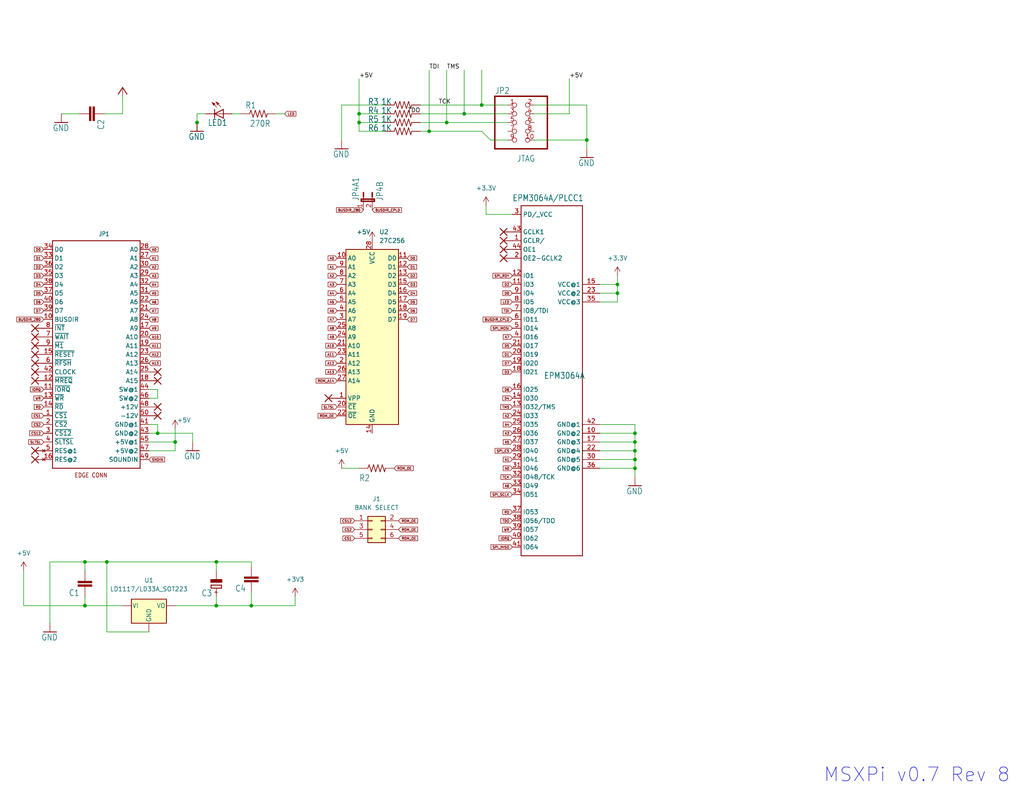
<source format=kicad_sch>
(kicad_sch (version 20211123) (generator eeschema)
  (paper "User" 297.002 231.038)
  (lib_symbols
    (symbol "Connector_Generic:Conn_02x03_Odd_Even" (pin_names (offset 1.016) hide)
      (property "Reference" "J" (at 1.27 5.08 0))
      (property "Value" "Conn_02x03_Odd_Even" (at 1.27 -5.08 0))
      (symbol "Conn_02x03_Odd_Even_1_1"
        (rectangle (start -1.27 -2.413) (end 0 -2.667) (stroke (width 0.1524)))
        (rectangle (start -1.27 0.127) (end 0 -0.127) (stroke (width 0.1524)))
        (rectangle (start -1.27 2.667) (end 0 2.413) (stroke (width 0.1524)))
        (rectangle (start -1.27 3.81) (end 3.81 -3.81) (stroke (width 0.254)) (fill (type background)))
        (rectangle (start 3.81 -2.413) (end 2.54 -2.667) (stroke (width 0.1524)))
        (rectangle (start 3.81 0.127) (end 2.54 -0.127) (stroke (width 0.1524)))
        (rectangle (start 3.81 2.667) (end 2.54 2.413) (stroke (width 0.1524)))
        (pin passive line (at -5.08 2.54 0) (length 3.81) (name "Pin_1") (number "1"))
        (pin passive line (at 7.62 2.54 180) (length 3.81) (name "Pin_2") (number "2"))
        (pin passive line (at -5.08 0 0) (length 3.81) (name "Pin_3") (number "3"))
        (pin passive line (at 7.62 0 180) (length 3.81) (name "Pin_4") (number "4"))
        (pin passive line (at -5.08 -2.54 0) (length 3.81) (name "Pin_5") (number "5"))
        (pin passive line (at 7.62 -2.54 180) (length 3.81) (name "Pin_6") (number "6"))
      )
    )
    (symbol "Memory_EPROM:27C256"
      (property "Reference" "U" (at -7.62 26.67 0))
      (property "Value" "27C256" (at 2.54 -26.67 0))
      (symbol "27C256_1_1"
        (rectangle (start -7.62 25.4) (end 7.62 -25.4) (stroke (width 0.254)) (fill (type background)))
        (pin input line (at -10.16 -17.78 0) (length 2.54) (name "VPP") (number "1"))
        (pin input line (at -10.16 22.86 0) (length 2.54) (name "A0") (number "10"))
        (pin tri_state line (at 10.16 22.86 180) (length 2.54) (name "D0") (number "11"))
        (pin tri_state line (at 10.16 20.32 180) (length 2.54) (name "D1") (number "12"))
        (pin tri_state line (at 10.16 17.78 180) (length 2.54) (name "D2") (number "13"))
        (pin power_in line (at 0 -27.94 90) (length 2.54) (name "GND") (number "14"))
        (pin tri_state line (at 10.16 15.24 180) (length 2.54) (name "D3") (number "15"))
        (pin tri_state line (at 10.16 12.7 180) (length 2.54) (name "D4") (number "16"))
        (pin tri_state line (at 10.16 10.16 180) (length 2.54) (name "D5") (number "17"))
        (pin tri_state line (at 10.16 7.62 180) (length 2.54) (name "D6") (number "18"))
        (pin tri_state line (at 10.16 5.08 180) (length 2.54) (name "D7") (number "19"))
        (pin input line (at -10.16 -7.62 0) (length 2.54) (name "A12") (number "2"))
        (pin input line (at -10.16 -20.32 0) (length 2.54) (name "~{CE}") (number "20"))
        (pin input line (at -10.16 -2.54 0) (length 2.54) (name "A10") (number "21"))
        (pin input line (at -10.16 -22.86 0) (length 2.54) (name "~{OE}") (number "22"))
        (pin input line (at -10.16 -5.08 0) (length 2.54) (name "A11") (number "23"))
        (pin input line (at -10.16 0 0) (length 2.54) (name "A9") (number "24"))
        (pin input line (at -10.16 2.54 0) (length 2.54) (name "A8") (number "25"))
        (pin input line (at -10.16 -10.16 0) (length 2.54) (name "A13") (number "26"))
        (pin input line (at -10.16 -12.7 0) (length 2.54) (name "A14") (number "27"))
        (pin power_in line (at 0 27.94 270) (length 2.54) (name "VCC") (number "28"))
        (pin input line (at -10.16 5.08 0) (length 2.54) (name "A7") (number "3"))
        (pin input line (at -10.16 7.62 0) (length 2.54) (name "A6") (number "4"))
        (pin input line (at -10.16 10.16 0) (length 2.54) (name "A5") (number "5"))
        (pin input line (at -10.16 12.7 0) (length 2.54) (name "A4") (number "6"))
        (pin input line (at -10.16 15.24 0) (length 2.54) (name "A3") (number "7"))
        (pin input line (at -10.16 17.78 0) (length 2.54) (name "A2") (number "8"))
        (pin input line (at -10.16 20.32 0) (length 2.54) (name "A1") (number "9"))
      )
    )
    (symbol "Regulator_Linear:LD1117S33TR_SOT223" (pin_numbers hide) (pin_names (offset 0.254))
      (property "Reference" "U" (at -3.81 3.175 0))
      (property "Value" "LD1117S33TR_SOT223" (at 0 3.175 0))
      (symbol "LD1117S33TR_SOT223_0_1"
        (rectangle (start -5.08 -5.08) (end 5.08 1.905) (stroke (width 0.254)) (fill (type background)))
      )
      (symbol "LD1117S33TR_SOT223_1_1"
        (pin power_in line (at 0 -7.62 90) (length 2.54) (name "GND") (number "1"))
        (pin power_out line (at 7.62 0 180) (length 2.54) (name "VO") (number "2"))
        (pin power_in line (at -7.62 0 0) (length 2.54) (name "VI") (number "3"))
      )
    )
    (symbol "msxpi-eagle-import:2,15{slash}1,0"
      (property "Reference" "PAD" (at -1.143 1.8542 0))
      (property "Value" "2,15{slash}1,0" (at -1.143 -3.302 0))
      (symbol "2,15{slash}1,0_1_0"
        (polyline (pts (xy -1.016 -1.016) (xy 1.016 1.016)) (stroke (width 0.254)))
        (polyline (pts (xy -1.016 1.016) (xy 1.016 -1.016)) (stroke (width 0.254)))
        (pin passive line (at 2.54 0 180) (length 2.54) (name "P") (number "1"))
      )
    )
    (symbol "msxpi-eagle-import:C2,5-3"
      (property "Reference" "C" (at 1.524 0.381 0))
      (property "Value" "C2,5-3" (at 1.524 -4.699 0))
      (symbol "C2,5-3_1_0"
        (rectangle (start -2.032 -2.032) (end 2.032 -1.524) (fill (type outline)))
        (rectangle (start -2.032 -1.016) (end 2.032 -0.508) (fill (type outline)))
        (polyline (pts (xy 0 -2.54) (xy 0 -2.032)) (stroke (width 0.1524)))
        (polyline (pts (xy 0 0) (xy 0 -0.508)) (stroke (width 0.1524)))
        (pin passive line (at 0 2.54 270) (length 2.54) (name "1") (number "1"))
        (pin passive line (at 0 -5.08 90) (length 2.54) (name "2") (number "2"))
      )
    )
    (symbol "msxpi-eagle-import:CPOL-EUE2.5-5"
      (property "Reference" "C" (at 1.143 0.4826 0))
      (property "Value" "CPOL-EUE2.5-5" (at 1.143 -4.5974 0))
      (symbol "CPOL-EUE2.5-5_1_0"
        (rectangle (start -1.651 -2.54) (end 1.651 -1.651) (fill (type outline)))
        (polyline (pts (xy -1.524 -0.889) (xy 1.524 -0.889)) (stroke (width 0.254)))
        (polyline (pts (xy -1.524 0) (xy -1.524 -0.889)) (stroke (width 0.254)))
        (polyline (pts (xy -1.524 0) (xy 1.524 0)) (stroke (width 0.254)))
        (polyline (pts (xy 1.524 -0.889) (xy 1.524 0)) (stroke (width 0.254)))
        (text "+" (at -0.5842 0.4064 900) (effects (font (size 1.27 1.0795)) (justify left bottom)))
        (pin passive line (at 0 2.54 270) (length 2.54) (name "+") (number "+"))
        (pin passive line (at 0 -5.08 90) (length 2.54) (name "-") (number "-"))
      )
    )
    (symbol "msxpi-eagle-import:EPM3064S44"
      (property "Reference" "IC" (at -10.16 52.07 0))
      (property "Value" "EPM3064S44" (at -10.16 -53.34 0))
      (symbol "EPM3064S44_1_0"
        (polyline (pts (xy -10.16 -50.8) (xy 7.62 -50.8)) (stroke (width 0.254)))
        (polyline (pts (xy -10.16 50.8) (xy -10.16 -50.8)) (stroke (width 0.254)))
        (polyline (pts (xy 7.62 -50.8) (xy 7.62 50.8)) (stroke (width 0.254)))
        (polyline (pts (xy 7.62 50.8) (xy -10.16 50.8)) (stroke (width 0.254)))
        (pin input line (at -12.7 40.64 0) (length 2.54) (name "GCLR/") (number "1"))
        (pin bidirectional line (at 12.7 -15.24 180) (length 5.08) (name "GND@2") (number "10"))
        (pin bidirectional line (at -12.7 27.94 0) (length 2.54) (name "IO3") (number "11"))
        (pin bidirectional line (at -12.7 30.48 0) (length 2.54) (name "IO1") (number "12"))
        (pin bidirectional line (at -12.7 -7.62 0) (length 2.54) (name "IO32/TMS") (number "13"))
        (pin bidirectional line (at -12.7 -5.08 0) (length 2.54) (name "IO30") (number "14"))
        (pin bidirectional line (at 12.7 27.94 180) (length 5.08) (name "VCC@1") (number "15"))
        (pin bidirectional line (at -12.7 -2.54 0) (length 2.54) (name "IO25") (number "16"))
        (pin bidirectional line (at 12.7 -17.78 180) (length 5.08) (name "GND@3") (number "17"))
        (pin bidirectional line (at -12.7 2.54 0) (length 2.54) (name "IO21") (number "18"))
        (pin bidirectional line (at -12.7 5.08 0) (length 2.54) (name "IO20") (number "19"))
        (pin input line (at -12.7 35.56 0) (length 2.54) (name "OE2-GCLK2") (number "2"))
        (pin bidirectional line (at -12.7 7.62 0) (length 2.54) (name "IO19") (number "20"))
        (pin bidirectional line (at -12.7 10.16 0) (length 2.54) (name "IO17") (number "21"))
        (pin bidirectional line (at 12.7 -20.32 180) (length 5.08) (name "GND@4") (number "22"))
        (pin bidirectional line (at 12.7 25.4 180) (length 5.08) (name "VCC@2") (number "23"))
        (pin bidirectional line (at -12.7 -10.16 0) (length 2.54) (name "IO33") (number "24"))
        (pin bidirectional line (at -12.7 -12.7 0) (length 2.54) (name "IO35") (number "25"))
        (pin bidirectional line (at -12.7 -15.24 0) (length 2.54) (name "IO36") (number "26"))
        (pin bidirectional line (at -12.7 -17.78 0) (length 2.54) (name "IO37") (number "27"))
        (pin bidirectional line (at -12.7 -20.32 0) (length 2.54) (name "IO40") (number "28"))
        (pin bidirectional line (at -12.7 -22.86 0) (length 2.54) (name "IO41") (number "29"))
        (pin passive line (at -12.7 48.26 0) (length 2.54) (name "PD/_VCC") (number "3"))
        (pin bidirectional line (at 12.7 -22.86 180) (length 5.08) (name "GND@5") (number "30"))
        (pin bidirectional line (at -12.7 -25.4 0) (length 2.54) (name "IO46") (number "31"))
        (pin bidirectional line (at -12.7 -27.94 0) (length 2.54) (name "IO48/TCK") (number "32"))
        (pin bidirectional line (at -12.7 -30.48 0) (length 2.54) (name "IO49") (number "33"))
        (pin bidirectional line (at -12.7 -33.02 0) (length 2.54) (name "IO51") (number "34"))
        (pin bidirectional line (at 12.7 22.86 180) (length 5.08) (name "VCC@3") (number "35"))
        (pin bidirectional line (at 12.7 -25.4 180) (length 5.08) (name "GND@6") (number "36"))
        (pin bidirectional line (at -12.7 -38.1 0) (length 2.54) (name "IO53") (number "37"))
        (pin bidirectional line (at -12.7 -40.64 0) (length 2.54) (name "IO56/TDO") (number "38"))
        (pin bidirectional line (at -12.7 -43.18 0) (length 2.54) (name "IO57") (number "39"))
        (pin bidirectional line (at -12.7 12.7 0) (length 2.54) (name "IO16") (number "4"))
        (pin bidirectional line (at -12.7 -45.72 0) (length 2.54) (name "IO62") (number "40"))
        (pin bidirectional line (at -12.7 -48.26 0) (length 2.54) (name "IO64") (number "41"))
        (pin bidirectional line (at 12.7 -12.7 180) (length 5.08) (name "GND@1") (number "42"))
        (pin input line (at -12.7 43.18 0) (length 2.54) (name "GCLK1") (number "43"))
        (pin input line (at -12.7 38.1 0) (length 2.54) (name "OE1") (number "44"))
        (pin bidirectional line (at -12.7 15.24 0) (length 2.54) (name "IO14") (number "5"))
        (pin bidirectional line (at -12.7 17.78 0) (length 2.54) (name "IO11") (number "6"))
        (pin bidirectional line (at -12.7 20.32 0) (length 2.54) (name "IO8/TDI") (number "7"))
        (pin bidirectional line (at -12.7 22.86 0) (length 2.54) (name "IO5") (number "8"))
        (pin bidirectional line (at -12.7 25.4 0) (length 2.54) (name "IO4") (number "9"))
      )
    )
    (symbol "msxpi-eagle-import:GND" (power)
      (property "Value" "GND" (at -2.54 -2.54 0))
      (symbol "GND_1_0"
        (polyline (pts (xy -1.905 0) (xy 1.905 0)) (stroke (width 0.254)))
        (pin power_in line (at 0 2.54 270) (length 2.54) (name "GND") (number "1"))
      )
    )
    (symbol "msxpi-eagle-import:JP1E"
      (property "Reference" "JP" (at -1.27 0 90))
      (property "Value" "JP1E" (at 5.715 0 90))
      (symbol "JP1E_1_0"
        (polyline (pts (xy -0.635 0) (xy 3.175 0)) (stroke (width 0.4064)))
        (polyline (pts (xy -0.635 0.635) (xy -0.635 0)) (stroke (width 0.4064)))
        (polyline (pts (xy 0 0) (xy 0 1.27)) (stroke (width 0.1524)))
        (polyline (pts (xy 0 2.54) (xy 0 1.27)) (stroke (width 0.4064)))
        (polyline (pts (xy 2.54 0) (xy 2.54 1.27)) (stroke (width 0.1524)))
        (polyline (pts (xy 2.54 2.54) (xy 2.54 1.27)) (stroke (width 0.4064)))
        (polyline (pts (xy 3.175 0) (xy 3.175 0.635)) (stroke (width 0.4064)))
        (polyline (pts (xy 3.175 0.635) (xy -0.635 0.635)) (stroke (width 0.4064)))
        (pin passive line (at 0 -2.54 90) (length 2.54) (name "1") (number "1"))
        (pin passive line (at 2.54 -2.54 90) (length 2.54) (name "2") (number "2"))
      )
    )
    (symbol "msxpi-eagle-import:LED3MM"
      (property "Reference" "LED" (at 3.556 -4.572 90))
      (property "Value" "LED3MM" (at 5.715 -4.572 90))
      (symbol "LED3MM_1_0"
        (polyline (pts (xy -2.032 -0.762) (xy -3.429 -2.159)) (stroke (width 0.1524)))
        (polyline (pts (xy -1.905 -1.905) (xy -3.302 -3.302)) (stroke (width 0.1524)))
        (polyline (pts (xy 0 -2.54) (xy -1.27 -2.54)) (stroke (width 0.254)))
        (polyline (pts (xy 0 -2.54) (xy -1.27 0)) (stroke (width 0.254)))
        (polyline (pts (xy 0 0) (xy -1.27 0)) (stroke (width 0.254)))
        (polyline (pts (xy 0 0) (xy 0 -2.54)) (stroke (width 0.1524)))
        (polyline (pts (xy 1.27 -2.54) (xy 0 -2.54)) (stroke (width 0.254)))
        (polyline (pts (xy 1.27 0) (xy 0 -2.54)) (stroke (width 0.254)))
        (polyline (pts (xy 1.27 0) (xy 0 0)) (stroke (width 0.254)))
        (polyline (pts (xy -3.429 -2.159) (xy -3.048 -1.27) (xy -2.54 -1.778)) (fill (type outline)))
        (polyline (pts (xy -3.302 -3.302) (xy -2.921 -2.413) (xy -2.413 -2.921)) (fill (type outline)))
        (pin passive line (at 0 2.54 270) (length 2.54) (name "A") (number "A"))
        (pin passive line (at 0 -5.08 90) (length 2.54) (name "C") (number "K"))
      )
    )
    (symbol "msxpi-eagle-import:MSXCART1"
      (property "Reference" "JP" (at -3.81 34.29 0))
      (symbol "MSXCART1_1_0"
        (polyline (pts (xy -12.7 -33.02) (xy -12.7 33.02)) (stroke (width 0.254)))
        (polyline (pts (xy -12.7 33.02) (xy 12.7 33.02)) (stroke (width 0.254)))
        (polyline (pts (xy 12.7 -33.02) (xy -12.7 -33.02)) (stroke (width 0.254)))
        (polyline (pts (xy 12.7 33.02) (xy 12.7 -33.02)) (stroke (width 0.254)))
        (text "EDGE CONN" (at 6.35 -34.29 0) (effects (font (size 1.27 1.0795)) (justify right top)))
        (pin output line (at 15.24 -17.78 180) (length 2.54) (name "~{CS1}") (number "1"))
        (pin input line (at 15.24 10.16 180) (length 2.54) (name "BUSDIR") (number "10"))
        (pin output line (at 15.24 -10.16 180) (length 2.54) (name "~{IORQ}") (number "11"))
        (pin output line (at 15.24 -7.62 180) (length 2.54) (name "~{MREQ}") (number "12"))
        (pin output line (at 15.24 -12.7 180) (length 2.54) (name "~{WR}") (number "13"))
        (pin output line (at 15.24 -15.24 180) (length 2.54) (name "~{RD}") (number "14"))
        (pin output line (at 15.24 0 180) (length 2.54) (name "~{RESET}") (number "15"))
        (pin no_connect line (at 15.24 -30.48 180) (length 2.54) (name "RES@2") (number "16"))
        (pin output line (at -15.24 7.62 0) (length 2.54) (name "A9") (number "17"))
        (pin output line (at -15.24 -7.62 0) (length 2.54) (name "A15") (number "18"))
        (pin output line (at -15.24 2.54 0) (length 2.54) (name "A11") (number "19"))
        (pin output line (at 15.24 -20.32 180) (length 2.54) (name "~{CS2}") (number "2"))
        (pin output line (at -15.24 5.08 0) (length 2.54) (name "A10") (number "20"))
        (pin output line (at -15.24 12.7 0) (length 2.54) (name "A7") (number "21"))
        (pin output line (at -15.24 15.24 0) (length 2.54) (name "A6") (number "22"))
        (pin output line (at -15.24 0 0) (length 2.54) (name "A12") (number "23"))
        (pin output line (at -15.24 10.16 0) (length 2.54) (name "A8") (number "24"))
        (pin output line (at -15.24 -5.08 0) (length 2.54) (name "A14") (number "25"))
        (pin output line (at -15.24 -2.54 0) (length 2.54) (name "A13") (number "26"))
        (pin output line (at -15.24 27.94 0) (length 2.54) (name "A1") (number "27"))
        (pin output line (at -15.24 30.48 0) (length 2.54) (name "A0") (number "28"))
        (pin output line (at -15.24 22.86 0) (length 2.54) (name "A3") (number "29"))
        (pin output line (at 15.24 -22.86 180) (length 2.54) (name "~{CS12}") (number "3"))
        (pin output line (at -15.24 25.4 0) (length 2.54) (name "A2") (number "30"))
        (pin output line (at -15.24 17.78 0) (length 2.54) (name "A5") (number "31"))
        (pin output line (at -15.24 20.32 0) (length 2.54) (name "A4") (number "32"))
        (pin bidirectional line (at 15.24 27.94 180) (length 2.54) (name "D1") (number "33"))
        (pin bidirectional line (at 15.24 30.48 180) (length 2.54) (name "D0") (number "34"))
        (pin bidirectional line (at 15.24 22.86 180) (length 2.54) (name "D3") (number "35"))
        (pin bidirectional line (at 15.24 25.4 180) (length 2.54) (name "D2") (number "36"))
        (pin bidirectional line (at 15.24 17.78 180) (length 2.54) (name "D5") (number "37"))
        (pin bidirectional line (at 15.24 20.32 180) (length 2.54) (name "D4") (number "38"))
        (pin bidirectional line (at 15.24 12.7 180) (length 2.54) (name "D7") (number "39"))
        (pin output line (at 15.24 -25.4 180) (length 2.54) (name "~{SLTSL}") (number "4"))
        (pin bidirectional line (at 15.24 15.24 180) (length 2.54) (name "D6") (number "40"))
        (pin power_in line (at -15.24 -20.32 0) (length 2.54) (name "GND@1") (number "41"))
        (pin output line (at 15.24 -5.08 180) (length 2.54) (name "CLOCK") (number "42"))
        (pin power_in line (at -15.24 -22.86 0) (length 2.54) (name "GND@2") (number "43"))
        (pin passive line (at -15.24 -10.16 0) (length 2.54) (name "SW@1") (number "44"))
        (pin power_in line (at -15.24 -25.4 0) (length 2.54) (name "+5V@1") (number "45"))
        (pin passive line (at -15.24 -12.7 0) (length 2.54) (name "SW@2") (number "46"))
        (pin power_in line (at -15.24 -27.94 0) (length 2.54) (name "+5V@2") (number "47"))
        (pin power_in line (at -15.24 -15.24 0) (length 2.54) (name "+12V") (number "48"))
        (pin passive line (at -15.24 -30.48 0) (length 2.54) (name "SOUNDIN") (number "49"))
        (pin no_connect line (at 15.24 -27.94 180) (length 2.54) (name "RES@1") (number "5"))
        (pin power_in line (at -15.24 -17.78 0) (length 2.54) (name "-12V") (number "50"))
        (pin output line (at 15.24 -2.54 180) (length 2.54) (name "~{RFSH}") (number "6"))
        (pin open_collector line (at 15.24 5.08 180) (length 2.54) (name "~{WAIT}") (number "7"))
        (pin open_collector line (at 15.24 7.62 180) (length 2.54) (name "~{INT}") (number "8"))
        (pin output line (at 15.24 2.54 180) (length 2.54) (name "~{M1}") (number "9"))
      )
    )
    (symbol "msxpi-eagle-import:PINHD-2X5{slash}90"
      (property "Reference" "JP" (at -6.35 8.255 0))
      (property "Value" "PINHD-2X5{slash}90" (at -6.35 -10.16 0))
      (symbol "PINHD-2X5{slash}90_1_0"
        (polyline (pts (xy -6.35 -7.62) (xy 8.89 -7.62)) (stroke (width 0.4064)))
        (polyline (pts (xy -6.35 7.62) (xy -6.35 -7.62)) (stroke (width 0.4064)))
        (polyline (pts (xy 8.89 -7.62) (xy 8.89 7.62)) (stroke (width 0.4064)))
        (polyline (pts (xy 8.89 7.62) (xy -6.35 7.62)) (stroke (width 0.4064)))
        (pin passive inverted (at -2.54 5.08 0) (length 2.54) (name "1") (number "1"))
        (pin passive inverted (at 5.08 -5.08 180) (length 2.54) (name "10") (number "10"))
        (pin passive inverted (at 5.08 5.08 180) (length 2.54) (name "2") (number "2"))
        (pin passive inverted (at -2.54 2.54 0) (length 2.54) (name "3") (number "3"))
        (pin passive inverted (at 5.08 2.54 180) (length 2.54) (name "4") (number "4"))
        (pin passive inverted (at -2.54 0 0) (length 2.54) (name "5") (number "5"))
        (pin passive inverted (at 5.08 0 180) (length 2.54) (name "6") (number "6"))
        (pin passive inverted (at -2.54 -2.54 0) (length 2.54) (name "7") (number "7"))
        (pin passive inverted (at 5.08 -2.54 180) (length 2.54) (name "8") (number "8"))
        (pin passive inverted (at -2.54 -5.08 0) (length 2.54) (name "9") (number "9"))
      )
    )
    (symbol "msxpi-eagle-import:R-US_0207{slash}7"
      (property "Reference" "R" (at -3.81 1.4986 0))
      (property "Value" "R-US_0207{slash}7" (at -3.81 -3.302 0))
      (symbol "R-US_0207{slash}7_1_0"
        (polyline (pts (xy -2.54 0) (xy -2.159 1.016)) (stroke (width 0.2032)))
        (polyline (pts (xy -2.159 1.016) (xy -1.524 -1.016)) (stroke (width 0.2032)))
        (polyline (pts (xy -1.524 -1.016) (xy -0.889 1.016)) (stroke (width 0.2032)))
        (polyline (pts (xy -0.889 1.016) (xy -0.254 -1.016)) (stroke (width 0.2032)))
        (polyline (pts (xy -0.254 -1.016) (xy 0.381 1.016)) (stroke (width 0.2032)))
        (polyline (pts (xy 0.381 1.016) (xy 1.016 -1.016)) (stroke (width 0.2032)))
        (polyline (pts (xy 1.016 -1.016) (xy 1.651 1.016)) (stroke (width 0.2032)))
        (polyline (pts (xy 1.651 1.016) (xy 2.286 -1.016)) (stroke (width 0.2032)))
        (polyline (pts (xy 2.286 -1.016) (xy 2.54 0)) (stroke (width 0.2032)))
        (pin passive line (at -5.08 0 0) (length 2.54) (name "1") (number "1"))
        (pin passive line (at 5.08 0 180) (length 2.54) (name "2") (number "2"))
      )
    )
    (symbol "msxpi-eagle-import:VCC" (power)
      (property "Value" "VCC" (at -2.54 -2.54 90))
      (symbol "VCC_1_0"
        (polyline (pts (xy 0 0) (xy -1.27 -1.905)) (stroke (width 0.254)))
        (polyline (pts (xy 1.27 -1.905) (xy 0 0)) (stroke (width 0.254)))
        (pin power_in line (at 0 -2.54 90) (length 2.54) (name "VCC") (number "1"))
      )
    )
    (symbol "power:+3.3V" (power) (pin_names (offset 0))
      (property "Value" "+3.3V" (at 0 3.556 0))
      (symbol "+3.3V_0_1"
        (polyline (pts (xy -0.762 1.27) (xy 0 2.54)))
        (polyline (pts (xy 0 0) (xy 0 2.54)))
        (polyline (pts (xy 0 2.54) (xy 0.762 1.27)))
      )
      (symbol "+3.3V_1_1"
        (pin power_in line (at 0 0 90) (length 0) hide (name "+3.3V") (number "1"))
      )
    )
    (symbol "power:+3V3" (power) (pin_names (offset 0))
      (property "Value" "+3V3" (at 0 3.556 0))
      (symbol "+3V3_0_1"
        (polyline (pts (xy -0.762 1.27) (xy 0 2.54)))
        (polyline (pts (xy 0 0) (xy 0 2.54)))
        (polyline (pts (xy 0 2.54) (xy 0.762 1.27)))
      )
      (symbol "+3V3_1_1"
        (pin power_in line (at 0 0 90) (length 0) hide (name "+3V3") (number "1"))
      )
    )
    (symbol "power:+5V" (power) (pin_names (offset 0))
      (property "Value" "+5V" (at 0 3.556 0))
      (symbol "+5V_0_1"
        (polyline (pts (xy -0.762 1.27) (xy 0 2.54)))
        (polyline (pts (xy 0 0) (xy 0 2.54)))
        (polyline (pts (xy 0 2.54) (xy 0.762 1.27)))
      )
      (symbol "+5V_1_1"
        (pin power_in line (at 0 0 90) (length 0) hide (name "+5V") (number "1"))
      )
    )
  )
  (junction (at 184.15 135.89))
  (junction (at 124.46 38.1))
  (junction (at 184.15 128.27))
  (junction (at 62.738 175.768))
  (junction (at 62.738 163.068))
  (junction (at 24.638 163.068))
  (junction (at 50.8 128.27))
  (junction (at 57.15 35.56))
  (junction (at 184.15 133.35))
  (junction (at 139.7 30.48))
  (junction (at 72.898 175.768))
  (junction (at 104.14 33.02))
  (junction (at 45.72 125.73))
  (junction (at 30.988 163.068))
  (junction (at 170.18 40.64))
  (junction (at 184.15 130.81))
  (junction (at 129.54 35.56))
  (junction (at 179.07 85.09))
  (junction (at 179.07 82.55))
  (junction (at 104.14 35.56))
  (junction (at 134.62 33.02))
  (junction (at 24.638 175.768))
  (junction (at 184.15 125.73))
  (wire (pts (xy 50.8 128.27) (xy 50.8 130.81)))
  (wire (pts (xy 43.18 113.03) (xy 45.72 113.03)))
  (wire (pts (xy 173.99 130.81) (xy 184.15 130.81)))
  (wire (pts (xy 124.46 38.1) (xy 121.92 38.1)))
  (wire (pts (xy 154.94 40.64) (xy 170.18 40.64)))
  (wire (pts (xy 55.88 125.73) (xy 55.88 128.27)))
  (wire (pts (xy 24.638 173.228) (xy 24.638 175.768)))
  (wire (pts (xy 45.72 125.73) (xy 43.18 125.73)))
  (wire (pts (xy 184.15 130.81) (xy 184.15 133.35)))
  (wire (pts (xy 35.56 27.94) (xy 35.56 33.02)))
  (wire (pts (xy 45.72 123.19) (xy 45.72 125.73)))
  (wire (pts (xy 129.54 35.56) (xy 121.92 35.56)))
  (wire (pts (xy 72.898 175.768) (xy 85.598 175.768)))
  (wire (pts (xy 170.18 40.64) (xy 170.18 43.18)))
  (wire (pts (xy 50.8 175.768) (xy 62.738 175.768)))
  (wire (pts (xy 179.07 80.01) (xy 179.07 82.55)))
  (wire (pts (xy 184.15 133.35) (xy 184.15 135.89)))
  (wire (pts (xy 45.72 125.73) (xy 55.88 125.73)))
  (wire (pts (xy 62.738 175.768) (xy 72.898 175.768)))
  (wire (pts (xy 154.94 33.02) (xy 165.1 33.02)))
  (wire (pts (xy 184.15 128.27) (xy 184.15 130.81)))
  (wire (pts (xy 148.59 62.23) (xy 140.97 62.23)))
  (wire (pts (xy 72.898 164.338) (xy 72.898 163.068)))
  (wire (pts (xy 57.15 35.56) (xy 57.15 38.1)))
  (wire (pts (xy 82.55 33.02) (xy 80.01 33.02)))
  (wire (pts (xy 43.18 128.27) (xy 50.8 128.27)))
  (wire (pts (xy 104.14 33.02) (xy 104.14 22.86)))
  (wire (pts (xy 134.62 33.02) (xy 121.92 33.02)))
  (wire (pts (xy 111.76 35.56) (xy 104.14 35.56)))
  (wire (pts (xy 147.32 33.02) (xy 134.62 33.02)))
  (wire (pts (xy 24.638 163.068) (xy 30.988 163.068)))
  (wire (pts (xy 14.478 163.068) (xy 14.478 180.848)))
  (wire (pts (xy 142.24 40.64) (xy 139.7 38.1)))
  (wire (pts (xy 24.638 175.768) (xy 6.858 175.768)))
  (wire (pts (xy 50.8 130.81) (xy 43.18 130.81)))
  (wire (pts (xy 30.988 163.068) (xy 62.738 163.068)))
  (wire (pts (xy 173.99 87.63) (xy 179.07 87.63)))
  (wire (pts (xy 154.94 30.48) (xy 170.18 30.48)))
  (wire (pts (xy 173.99 123.19) (xy 184.15 123.19)))
  (wire (pts (xy 173.99 135.89) (xy 184.15 135.89)))
  (wire (pts (xy 57.15 33.02) (xy 57.15 35.56)))
  (wire (pts (xy 62.738 165.608) (xy 62.738 163.068)))
  (wire (pts (xy 24.638 163.068) (xy 14.478 163.068)))
  (wire (pts (xy 173.99 133.35) (xy 184.15 133.35)))
  (wire (pts (xy 124.46 38.1) (xy 124.46 20.32)))
  (wire (pts (xy 45.72 115.57) (xy 43.18 115.57)))
  (wire (pts (xy 30.988 183.388) (xy 30.988 163.068)))
  (wire (pts (xy 111.76 38.1) (xy 104.14 38.1)))
  (wire (pts (xy 22.86 33.02) (xy 17.78 33.02)))
  (wire (pts (xy 129.54 35.56) (xy 129.54 20.32)))
  (wire (pts (xy 43.18 123.19) (xy 45.72 123.19)))
  (wire (pts (xy 173.99 125.73) (xy 184.15 125.73)))
  (wire (pts (xy 140.97 62.23) (xy 140.97 59.69)))
  (wire (pts (xy 147.32 30.48) (xy 139.7 30.48)))
  (wire (pts (xy 72.898 163.068) (xy 62.738 163.068)))
  (wire (pts (xy 43.18 183.388) (xy 30.988 183.388)))
  (wire (pts (xy 62.738 173.228) (xy 62.738 175.768)))
  (wire (pts (xy 111.76 33.02) (xy 104.14 33.02)))
  (wire (pts (xy 139.7 30.48) (xy 121.92 30.48)))
  (wire (pts (xy 139.7 30.48) (xy 139.7 20.32)))
  (wire (pts (xy 179.07 85.09) (xy 179.07 82.55)))
  (wire (pts (xy 179.07 82.55) (xy 173.99 82.55)))
  (wire (pts (xy 45.72 113.03) (xy 45.72 115.57)))
  (wire (pts (xy 179.07 87.63) (xy 179.07 85.09)))
  (wire (pts (xy 99.06 30.48) (xy 99.06 40.64)))
  (wire (pts (xy 57.15 33.02) (xy 59.69 33.02)))
  (wire (pts (xy 184.15 125.73) (xy 184.15 128.27)))
  (wire (pts (xy 147.32 40.64) (xy 142.24 40.64)))
  (wire (pts (xy 184.15 135.89) (xy 184.15 138.43)))
  (wire (pts (xy 50.8 128.27) (xy 50.8 124.46)))
  (wire (pts (xy 134.62 33.02) (xy 134.62 20.32)))
  (wire (pts (xy 24.638 175.768) (xy 35.56 175.768)))
  (wire (pts (xy 85.598 175.768) (xy 85.598 173.228)))
  (wire (pts (xy 72.898 171.958) (xy 72.898 175.768)))
  (wire (pts (xy 111.76 30.48) (xy 99.06 30.48)))
  (wire (pts (xy 173.99 85.09) (xy 179.07 85.09)))
  (wire (pts (xy 184.15 123.19) (xy 184.15 125.73)))
  (wire (pts (xy 147.32 35.56) (xy 129.54 35.56)))
  (wire (pts (xy 67.31 33.02) (xy 69.85 33.02)))
  (wire (pts (xy 99.06 135.89) (xy 104.14 135.89)))
  (wire (pts (xy 30.48 33.02) (xy 35.56 33.02)))
  (wire (pts (xy 165.1 33.02) (xy 165.1 22.86)))
  (wire (pts (xy 173.99 128.27) (xy 184.15 128.27)))
  (wire (pts (xy 104.14 35.56) (xy 104.14 33.02)))
  (wire (pts (xy 104.14 38.1) (xy 104.14 35.56)))
  (wire (pts (xy 6.858 175.768) (xy 6.858 165.608)))
  (wire (pts (xy 139.7 38.1) (xy 124.46 38.1)))
  (wire (pts (xy 24.638 165.608) (xy 24.638 163.068)))
  (wire (pts (xy 170.18 30.48) (xy 170.18 40.64)))
  (text "MSXPi v0.7 Rev 8" (at 238.76 227.33 0) (effects (font (size 4 4)) (justify left bottom)))
  (label "TDI" (at 124.46 20.32 0) (effects (font (size 1.2446 1.2446))))
  (label "TCK" (at 130.81 30.48 180) (effects (font (size 1.2446 1.2446))))
  (label "+5V" (at 104.14 22.86 0) (effects (font (size 1.2446 1.2446))))
  (label "TMS" (at 129.54 20.32 0) (effects (font (size 1.2446 1.2446))))
  (label "+5V" (at 165.1 22.86 0) (effects (font (size 1.2446 1.2446))))
  (label "TDO" (at 121.92 33.02 180) (effects (font (size 1.2446 1.2446))))
  (global_label "A1" (shape input) (at 97.79 77.47 180) (effects (font (size 0.7112 0.7112))) (property "Intersheet References" "${INTERSHEET_REFS}" (effects hide)))
  (global_label "SPI_CS" (shape input) (at 148.59 130.81 180) (effects (font (size 0.7112 0.7112))) (property "Intersheet References" "${INTERSHEET_REFS}" (effects hide)))
  (global_label "BUSDIR_CPLD" (shape input) (at 148.59 92.71 180) (effects (font (size 0.7112 0.7112))) (property "Intersheet References" "${INTERSHEET_REFS}" (effects hide)))
  (global_label "A13" (shape input) (at 97.79 107.95 180) (effects (font (size 0.7112 0.7112))) (property "Intersheet References" "${INTERSHEET_REFS}" (effects hide)))
  (global_label "A11" (shape input) (at 43.18 100.33 0) (effects (font (size 0.7112 0.7112))) (property "Intersheet References" "${INTERSHEET_REFS}" (effects hide)))
  (global_label "CS1" (shape input) (at 12.7 120.65 180) (effects (font (size 0.7112 0.7112))) (property "Intersheet References" "${INTERSHEET_REFS}" (effects hide)))
  (global_label "SLTSL" (shape input) (at 97.79 118.11 180) (effects (font (size 0.7112 0.7112))) (property "Intersheet References" "${INTERSHEET_REFS}" (effects hide)))
  (global_label "A0" (shape input) (at 97.79 74.93 180) (effects (font (size 0.7112 0.7112))) (property "Intersheet References" "${INTERSHEET_REFS}" (effects hide)))
  (global_label "A6" (shape input) (at 148.59 140.97 180) (effects (font (size 0.7112 0.7112))) (property "Intersheet References" "${INTERSHEET_REFS}" (effects hide)))
  (global_label "D5" (shape input) (at 148.59 100.33 180) (effects (font (size 0.7112 0.7112))) (property "Intersheet References" "${INTERSHEET_REFS}" (effects hide)))
  (global_label "A4" (shape input) (at 43.18 82.55 0) (effects (font (size 0.7112 0.7112))) (property "Intersheet References" "${INTERSHEET_REFS}" (effects hide)))
  (global_label "D2" (shape input) (at 12.7 77.47 180) (effects (font (size 0.7112 0.7112))) (property "Intersheet References" "${INTERSHEET_REFS}" (effects hide)))
  (global_label "A11" (shape input) (at 97.79 102.87 180) (effects (font (size 0.7112 0.7112))) (property "Intersheet References" "${INTERSHEET_REFS}" (effects hide)))
  (global_label "BUSDIR_Z80" (shape input) (at 12.7 92.71 180) (effects (font (size 0.7112 0.7112))) (property "Intersheet References" "${INTERSHEET_REFS}" (effects hide)))
  (global_label "TCK" (shape input) (at 148.59 138.43 180) (effects (font (size 0.7112 0.7112))) (property "Intersheet References" "${INTERSHEET_REFS}" (effects hide)))
  (global_label "IORQ" (shape input) (at 12.7 113.03 180) (effects (font (size 0.7112 0.7112))) (property "Intersheet References" "${INTERSHEET_REFS}" (effects hide)))
  (global_label "CS2" (shape input) (at 102.87 153.67 180) (effects (font (size 0.7112 0.7112))) (property "Intersheet References" "${INTERSHEET_REFS}" (effects hide)))
  (global_label "CS1" (shape input) (at 102.87 156.21 180) (effects (font (size 0.7112 0.7112))) (property "Intersheet References" "${INTERSHEET_REFS}" (effects hide)))
  (global_label "D5" (shape input) (at 12.7 85.09 180) (effects (font (size 0.7112 0.7112))) (property "Intersheet References" "${INTERSHEET_REFS}" (effects hide)))
  (global_label "CS12" (shape input) (at 12.7 125.73 180) (effects (font (size 0.7112 0.7112))) (property "Intersheet References" "${INTERSHEET_REFS}" (effects hide)))
  (global_label "BUSDIR_CPLD" (shape input) (at 107.95 60.96 0) (effects (font (size 0.7112 0.7112))) (property "Intersheet References" "${INTERSHEET_REFS}" (effects hide)))
  (global_label "ROM_OE" (shape input) (at 115.57 153.67 0) (effects (font (size 0.7112 0.7112))) (property "Intersheet References" "${INTERSHEET_REFS}" (effects hide)))
  (global_label "ROM_A14" (shape input) (at 97.79 110.49 180) (effects (font (size 0.7112 0.7112))) (property "Intersheet References" "${INTERSHEET_REFS}" (effects hide)))
  (global_label "A4" (shape input) (at 97.79 85.09 180) (effects (font (size 0.7112 0.7112))) (property "Intersheet References" "${INTERSHEET_REFS}" (effects hide)))
  (global_label "D7" (shape input) (at 12.7 90.17 180) (effects (font (size 0.7112 0.7112))) (property "Intersheet References" "${INTERSHEET_REFS}" (effects hide)))
  (global_label "D1" (shape input) (at 118.11 77.47 0) (effects (font (size 0.7112 0.7112))) (property "Intersheet References" "${INTERSHEET_REFS}" (effects hide)))
  (global_label "RD" (shape input) (at 148.59 148.59 180) (effects (font (size 0.7112 0.7112))) (property "Intersheet References" "${INTERSHEET_REFS}" (effects hide)))
  (global_label "A2" (shape input) (at 148.59 120.65 180) (effects (font (size 0.7112 0.7112))) (property "Intersheet References" "${INTERSHEET_REFS}" (effects hide)))
  (global_label "A5" (shape input) (at 148.59 128.27 180) (effects (font (size 0.7112 0.7112))) (property "Intersheet References" "${INTERSHEET_REFS}" (effects hide)))
  (global_label "A3" (shape input) (at 43.18 80.01 0) (effects (font (size 0.7112 0.7112))) (property "Intersheet References" "${INTERSHEET_REFS}" (effects hide)))
  (global_label "RD" (shape input) (at 12.7 118.11 180) (effects (font (size 0.7112 0.7112))) (property "Intersheet References" "${INTERSHEET_REFS}" (effects hide)))
  (global_label "SPI_SCLK" (shape input) (at 148.59 143.51 180) (effects (font (size 0.7112 0.7112))) (property "Intersheet References" "${INTERSHEET_REFS}" (effects hide)))
  (global_label "A6" (shape input) (at 97.79 90.17 180) (effects (font (size 0.7112 0.7112))) (property "Intersheet References" "${INTERSHEET_REFS}" (effects hide)))
  (global_label "LED" (shape input) (at 82.55 33.02 0) (effects (font (size 0.7112 0.7112))) (property "Intersheet References" "${INTERSHEET_REFS}" (effects hide)))
  (global_label "ROM_OE" (shape input) (at 97.79 120.65 180) (effects (font (size 0.7112 0.7112))) (property "Intersheet References" "${INTERSHEET_REFS}" (effects hide)))
  (global_label "SPI_MOSI" (shape input) (at 148.59 95.25 180) (effects (font (size 0.7112 0.7112))) (property "Intersheet References" "${INTERSHEET_REFS}" (effects hide)))
  (global_label "WR" (shape input) (at 12.7 115.57 180) (effects (font (size 0.7112 0.7112))) (property "Intersheet References" "${INTERSHEET_REFS}" (effects hide)))
  (global_label "A12" (shape input) (at 43.18 102.87 0) (effects (font (size 0.7112 0.7112))) (property "Intersheet References" "${INTERSHEET_REFS}" (effects hide)))
  (global_label "A8" (shape input) (at 97.79 95.25 180) (effects (font (size 0.7112 0.7112))) (property "Intersheet References" "${INTERSHEET_REFS}" (effects hide)))
  (global_label "D5" (shape input) (at 118.11 87.63 0) (effects (font (size 0.7112 0.7112))) (property "Intersheet References" "${INTERSHEET_REFS}" (effects hide)))
  (global_label "SPI_RDY" (shape input) (at 148.59 80.01 180) (effects (font (size 0.7112 0.7112))) (property "Intersheet References" "${INTERSHEET_REFS}" (effects hide)))
  (global_label "A3" (shape input) (at 148.59 125.73 180) (effects (font (size 0.7112 0.7112))) (property "Intersheet References" "${INTERSHEET_REFS}" (effects hide)))
  (global_label "A5" (shape input) (at 43.18 85.09 0) (effects (font (size 0.7112 0.7112))) (property "Intersheet References" "${INTERSHEET_REFS}" (effects hide)))
  (global_label "A2" (shape input) (at 97.79 80.01 180) (effects (font (size 0.7112 0.7112))) (property "Intersheet References" "${INTERSHEET_REFS}" (effects hide)))
  (global_label "A1" (shape input) (at 43.18 74.93 0) (effects (font (size 0.7112 0.7112))) (property "Intersheet References" "${INTERSHEET_REFS}" (effects hide)))
  (global_label "A9" (shape input) (at 97.79 97.79 180) (effects (font (size 0.7112 0.7112))) (property "Intersheet References" "${INTERSHEET_REFS}" (effects hide)))
  (global_label "A4" (shape input) (at 148.59 123.19 180) (effects (font (size 0.7112 0.7112))) (property "Intersheet References" "${INTERSHEET_REFS}" (effects hide)))
  (global_label "A7" (shape input) (at 43.18 90.17 0) (effects (font (size 0.7112 0.7112))) (property "Intersheet References" "${INTERSHEET_REFS}" (effects hide)))
  (global_label "LED" (shape input) (at 148.59 87.63 180) (effects (font (size 0.7112 0.7112))) (property "Intersheet References" "${INTERSHEET_REFS}" (effects hide)))
  (global_label "A10" (shape input) (at 97.79 100.33 180) (effects (font (size 0.7112 0.7112))) (property "Intersheet References" "${INTERSHEET_REFS}" (effects hide)))
  (global_label "D4" (shape input) (at 118.11 85.09 0) (effects (font (size 0.7112 0.7112))) (property "Intersheet References" "${INTERSHEET_REFS}" (effects hide)))
  (global_label "D6" (shape input) (at 118.11 90.17 0) (effects (font (size 0.7112 0.7112))) (property "Intersheet References" "${INTERSHEET_REFS}" (effects hide)))
  (global_label "D1" (shape input) (at 12.7 74.93 180) (effects (font (size 0.7112 0.7112))) (property "Intersheet References" "${INTERSHEET_REFS}" (effects hide)))
  (global_label "A0" (shape input) (at 43.18 72.39 0) (effects (font (size 0.7112 0.7112))) (property "Intersheet References" "${INTERSHEET_REFS}" (effects hide)))
  (global_label "TDI" (shape input) (at 148.59 90.17 180) (effects (font (size 0.7112 0.7112))) (property "Intersheet References" "${INTERSHEET_REFS}" (effects hide)))
  (global_label "A0" (shape input) (at 148.59 135.89 180) (effects (font (size 0.7112 0.7112))) (property "Intersheet References" "${INTERSHEET_REFS}" (effects hide)))
  (global_label "D3" (shape input) (at 12.7 80.01 180) (effects (font (size 0.7112 0.7112))) (property "Intersheet References" "${INTERSHEET_REFS}" (effects hide)))
  (global_label "A12" (shape input) (at 97.79 105.41 180) (effects (font (size 0.7112 0.7112))) (property "Intersheet References" "${INTERSHEET_REFS}" (effects hide)))
  (global_label "D0" (shape input) (at 118.11 74.93 0) (effects (font (size 0.7112 0.7112))) (property "Intersheet References" "${INTERSHEET_REFS}" (effects hide)))
  (global_label "D0" (shape input) (at 148.59 85.09 180) (effects (font (size 0.7112 0.7112))) (property "Intersheet References" "${INTERSHEET_REFS}" (effects hide)))
  (global_label "D6" (shape input) (at 148.59 113.03 180) (effects (font (size 0.7112 0.7112))) (property "Intersheet References" "${INTERSHEET_REFS}" (effects hide)))
  (global_label "A10" (shape input) (at 43.18 97.79 0) (effects (font (size 0.7112 0.7112))) (property "Intersheet References" "${INTERSHEET_REFS}" (effects hide)))
  (global_label "A8" (shape input) (at 43.18 92.71 0) (effects (font (size 0.7112 0.7112))) (property "Intersheet References" "${INTERSHEET_REFS}" (effects hide)))
  (global_label "SPI_MISO" (shape input) (at 148.59 158.75 180) (effects (font (size 0.7112 0.7112))) (property "Intersheet References" "${INTERSHEET_REFS}" (effects hide)))
  (global_label "A1" (shape input) (at 148.59 133.35 180) (effects (font (size 0.7112 0.7112))) (property "Intersheet References" "${INTERSHEET_REFS}" (effects hide)))
  (global_label "ROM_OE" (shape input) (at 114.3 135.89 0) (effects (font (size 0.7112 0.7112))) (property "Intersheet References" "${INTERSHEET_REFS}" (effects hide)))
  (global_label "D6" (shape input) (at 12.7 87.63 180) (effects (font (size 0.7112 0.7112))) (property "Intersheet References" "${INTERSHEET_REFS}" (effects hide)))
  (global_label "ROM_OE" (shape input) (at 115.57 151.13 0) (effects (font (size 0.7112 0.7112))) (property "Intersheet References" "${INTERSHEET_REFS}" (effects hide)))
  (global_label "D7" (shape input) (at 118.11 92.71 0) (effects (font (size 0.7112 0.7112))) (property "Intersheet References" "${INTERSHEET_REFS}" (effects hide)))
  (global_label "CS2" (shape input) (at 12.7 123.19 180) (effects (font (size 0.7112 0.7112))) (property "Intersheet References" "${INTERSHEET_REFS}" (effects hide)))
  (global_label "SLTSL" (shape input) (at 12.7 128.27 180) (effects (font (size 0.7112 0.7112))) (property "Intersheet References" "${INTERSHEET_REFS}" (effects hide)))
  (global_label "BUSDIR_Z80" (shape input) (at 105.41 60.96 180) (effects (font (size 0.7112 0.7112))) (property "Intersheet References" "${INTERSHEET_REFS}" (effects hide)))
  (global_label "D3" (shape input) (at 148.59 107.95 180) (effects (font (size 0.7112 0.7112))) (property "Intersheet References" "${INTERSHEET_REFS}" (effects hide)))
  (global_label "D1" (shape input) (at 148.59 102.87 180) (effects (font (size 0.7112 0.7112))) (property "Intersheet References" "${INTERSHEET_REFS}" (effects hide)))
  (global_label "A9" (shape input) (at 43.18 95.25 0) (effects (font (size 0.7112 0.7112))) (property "Intersheet References" "${INTERSHEET_REFS}" (effects hide)))
  (global_label "D3" (shape input) (at 118.11 82.55 0) (effects (font (size 0.7112 0.7112))) (property "Intersheet References" "${INTERSHEET_REFS}" (effects hide)))
  (global_label "ROM_OE" (shape input) (at 115.57 156.21 0) (effects (font (size 0.7112 0.7112))) (property "Intersheet References" "${INTERSHEET_REFS}" (effects hide)))
  (global_label "A6" (shape input) (at 43.18 87.63 0) (effects (font (size 0.7112 0.7112))) (property "Intersheet References" "${INTERSHEET_REFS}" (effects hide)))
  (global_label "A3" (shape input) (at 97.79 82.55 180) (effects (font (size 0.7112 0.7112))) (property "Intersheet References" "${INTERSHEET_REFS}" (effects hide)))
  (global_label "D2" (shape input) (at 118.11 80.01 0) (effects (font (size 0.7112 0.7112))) (property "Intersheet References" "${INTERSHEET_REFS}" (effects hide)))
  (global_label "TDO" (shape input) (at 148.59 151.13 180) (effects (font (size 0.7112 0.7112))) (property "Intersheet References" "${INTERSHEET_REFS}" (effects hide)))
  (global_label "CS12" (shape input) (at 102.87 151.13 180) (effects (font (size 0.7112 0.7112))) (property "Intersheet References" "${INTERSHEET_REFS}" (effects hide)))
  (global_label "IORQ" (shape input) (at 148.59 156.21 180) (effects (font (size 0.7112 0.7112))) (property "Intersheet References" "${INTERSHEET_REFS}" (effects hide)))
  (global_label "WR" (shape input) (at 148.59 153.67 180) (effects (font (size 0.7112 0.7112))) (property "Intersheet References" "${INTERSHEET_REFS}" (effects hide)))
  (global_label "TMS" (shape input) (at 148.59 118.11 180) (effects (font (size 0.7112 0.7112))) (property "Intersheet References" "${INTERSHEET_REFS}" (effects hide)))
  (global_label "A5" (shape input) (at 97.79 87.63 180) (effects (font (size 0.7112 0.7112))) (property "Intersheet References" "${INTERSHEET_REFS}" (effects hide)))
  (global_label "D7" (shape input) (at 148.59 105.41 180) (effects (font (size 0.7112 0.7112))) (property "Intersheet References" "${INTERSHEET_REFS}" (effects hide)))
  (global_label "A7" (shape input) (at 97.79 92.71 180) (effects (font (size 0.7112 0.7112))) (property "Intersheet References" "${INTERSHEET_REFS}" (effects hide)))
  (global_label "D0" (shape input) (at 12.7 72.39 180) (effects (font (size 0.7112 0.7112))) (property "Intersheet References" "${INTERSHEET_REFS}" (effects hide)))
  (global_label "SNDIN" (shape input) (at 43.18 133.35 0) (effects (font (size 0.7112 0.7112))) (property "Intersheet References" "${INTERSHEET_REFS}" (effects hide)))
  (global_label "A13" (shape input) (at 43.18 105.41 0) (effects (font (size 0.7112 0.7112))) (property "Intersheet References" "${INTERSHEET_REFS}" (effects hide)))
  (global_label "D4" (shape input) (at 148.59 115.57 180) (effects (font (size 0.7112 0.7112))) (property "Intersheet References" "${INTERSHEET_REFS}" (effects hide)))
  (global_label "A7" (shape input) (at 148.59 97.79 180) (effects (font (size 0.7112 0.7112))) (property "Intersheet References" "${INTERSHEET_REFS}" (effects hide)))
  (global_label "D4" (shape input) (at 12.7 82.55 180) (effects (font (size 0.7112 0.7112))) (property "Intersheet References" "${INTERSHEET_REFS}" (effects hide)))
  (global_label "A2" (shape input) (at 43.18 77.47 0) (effects (font (size 0.7112 0.7112))) (property "Intersheet References" "${INTERSHEET_REFS}" (effects hide)))
  (global_label "D2" (shape input) (at 148.59 82.55 180) (effects (font (size 0.7112 0.7112))) (property "Intersheet References" "${INTERSHEET_REFS}" (effects hide)))
  (symbol (lib_id "msxpi-eagle-import:R-US_0207{slash}7") (at 116.84 35.56 0) (unit 1)
    (property "Reference" "R5" (at 106.68 35.56 0) (effects (font (size 1.778 1.5113)) (justify left bottom)))
    (property "Value" "1K" (at 110.49 35.56 0) (effects (font (size 1.778 1.5113)) (justify left bottom)))
    (property "Footprint" "msxpi:0207_7" (effects hide))
  )
  (symbol (lib_id "msxpi-eagle-import:2,15{slash}1,0") (at 45.72 107.95 180) (unit 1)
    (property "Reference" "CS9" (effects hide))
    (property "Value" "2,15{slash}1,0" (effects hide))
    (property "Footprint" "msxpi:2,15_1,0" (effects hide))
  )
  (symbol (lib_id "msxpi-eagle-import:2,15{slash}1,0") (at 146.05 74.93 0) (unit 1)
    (property "Reference" "CS17" (effects hide))
    (property "Value" "2,15{slash}1,0" (effects hide))
    (property "Footprint" "msxpi:2,15_1,0" (effects hide))
  )
  (symbol (lib_id "msxpi-eagle-import:VCC") (at 35.56 25.4 0) (unit 1)
    (property "Reference" "#P+01" (effects hide))
    (property "Value" "VCC" (effects hide))
    (property "Footprint" "msxpi:" (effects hide))
  )
  (symbol (lib_id "msxpi-eagle-import:R-US_0207{slash}7") (at 74.93 33.02 0) (unit 1)
    (property "Reference" "R1" (at 71.12 31.5214 0) (effects (font (size 1.778 1.5113)) (justify left bottom)))
    (property "Value" "270R" (at 72.39 36.83 0) (effects (font (size 1.778 1.5113)) (justify left bottom)))
    (property "Footprint" "msxpi:0207_7" (effects hide))
  )
  (symbol (lib_id "msxpi-eagle-import:2,15{slash}1,0") (at 10.16 105.41 0) (unit 1)
    (property "Reference" "CS5" (effects hide))
    (property "Value" "2,15{slash}1,0" (effects hide))
    (property "Footprint" "msxpi:2,15_1,0" (effects hide))
  )
  (symbol (lib_id "msxpi-eagle-import:R-US_0207{slash}7") (at 116.84 30.48 0) (unit 1)
    (property "Reference" "R3" (at 106.68 30.48 0) (effects (font (size 1.778 1.5113)) (justify left bottom)))
    (property "Value" "1K" (at 110.49 30.48 0) (effects (font (size 1.778 1.5113)) (justify left bottom)))
    (property "Footprint" "msxpi:0207_7" (effects hide))
  )
  (symbol (lib_id "Memory_EPROM:27C256") (at 107.95 97.79 0) (unit 1)
    (property "Reference" "U2" (at 109.9694 67.31 0) (effects (justify left)))
    (property "Value" "27C256" (at 109.9694 69.85 0) (effects (justify left)))
    (property "Footprint" "Package_DIP:DIP-28_W15.24mm" (effects hide))
    (property "Datasheet" "http://ww1.microchip.com/downloads/en/DeviceDoc/doc0014.pdf" (effects hide))
  )
  (symbol (lib_id "msxpi-eagle-import:2,15{slash}1,0") (at 10.16 97.79 0) (unit 1)
    (property "Reference" "CS2" (effects hide))
    (property "Value" "2,15{slash}1,0" (effects hide))
    (property "Footprint" "msxpi:2,15_1,0" (effects hide))
  )
  (symbol (lib_id "power:+3V3") (at 85.598 173.228 0) (unit 1)
    (property "Reference" "#PWR03" (effects hide))
    (property "Value" "+3V3" (at 85.598 168.148 0))
  )
  (symbol (lib_id "msxpi-eagle-import:GND") (at 57.15 38.1 0) (unit 1)
    (property "Reference" "#GND04" (effects hide))
    (property "Value" "GND" (at 54.61 40.64 0) (effects (font (size 1.778 1.5113)) (justify left bottom)))
    (property "Footprint" "msxpi:" (effects hide))
  )
  (symbol (lib_id "msxpi-eagle-import:GND") (at 55.88 130.81 0) (unit 1)
    (property "Reference" "#GND03" (effects hide))
    (property "Value" "GND" (at 53.34 133.35 0) (effects (font (size 1.778 1.5113)) (justify left bottom)))
    (property "Footprint" "msxpi:" (effects hide))
  )
  (symbol (lib_id "msxpi-eagle-import:2,15{slash}1,0") (at 10.16 102.87 0) (unit 1)
    (property "Reference" "CS4" (effects hide))
    (property "Value" "2,15{slash}1,0" (effects hide))
    (property "Footprint" "msxpi:2,15_1,0" (effects hide))
  )
  (symbol (lib_id "msxpi-eagle-import:2,15{slash}1,0") (at 45.72 110.49 180) (unit 1)
    (property "Reference" "CS10" (effects hide))
    (property "Value" "2,15{slash}1,0" (effects hide))
    (property "Footprint" "msxpi:2,15_1,0" (effects hide))
  )
  (symbol (lib_id "msxpi-eagle-import:R-US_0207{slash}7") (at 116.84 33.02 0) (unit 1)
    (property "Reference" "R4" (at 106.68 33.02 0) (effects (font (size 1.778 1.5113)) (justify left bottom)))
    (property "Value" "1K" (at 110.49 33.02 0) (effects (font (size 1.778 1.5113)) (justify left bottom)))
    (property "Footprint" "msxpi:0207_7" (effects hide))
  )
  (symbol (lib_id "msxpi-eagle-import:2,15{slash}1,0") (at 45.72 120.65 180) (unit 1)
    (property "Reference" "CS12" (effects hide))
    (property "Value" "2,15{slash}1,0" (effects hide))
    (property "Footprint" "msxpi:2,15_1,0" (effects hide))
  )
  (symbol (lib_id "msxpi-eagle-import:GND") (at 170.18 45.72 0) (unit 1)
    (property "Reference" "#GND06" (effects hide))
    (property "Value" "GND" (at 167.64 48.26 0) (effects (font (size 1.778 1.5113)) (justify left bottom)))
    (property "Footprint" "msxpi:" (effects hide))
  )
  (symbol (lib_id "msxpi-eagle-import:2,15{slash}1,0") (at 10.16 95.25 0) (unit 1)
    (property "Reference" "CS1" (effects hide))
    (property "Value" "2,15{slash}1,0" (effects hide))
    (property "Footprint" "msxpi:2,15_1,0" (effects hide))
  )
  (symbol (lib_id "msxpi-eagle-import:C2,5-3") (at 72.898 169.418 180) (unit 1)
    (property "Reference" "C4" (at 71.374 169.799 0) (effects (font (size 1.778 1.5113)) (justify left bottom)))
    (property "Value" "C2,5-3" (effects hide))
    (property "Footprint" "msxpi:C2.5-3" (effects hide))
  )
  (symbol (lib_id "msxpi-eagle-import:CPOL-EUE2.5-5") (at 62.738 170.688 180) (unit 1)
    (property "Reference" "C3" (at 61.595 171.1706 0) (effects (font (size 1.778 1.5113)) (justify left bottom)))
    (property "Value" "CPOL-EUE2.5-5" (effects hide))
    (property "Footprint" "msxpi:E2,5-5" (effects hide))
  )
  (symbol (lib_id "Regulator_Linear:LD1117S33TR_SOT223") (at 43.18 175.768 0) (unit 1)
    (property "Reference" "U1" (at 43.18 168.402 0))
    (property "Value" "LD1117/LD33A_SOT223" (at 43.18 170.942 0))
    (property "Footprint" "Package_TO_SOT_SMD:SOT-223-3_TabPin2" (effects hide))
    (property "Datasheet" "http://www.st.com/st-web-ui/static/active/en/resource/technical/document/datasheet/CD00000544.pdf" (effects hide))
  )
  (symbol (lib_id "msxpi-eagle-import:2,15{slash}1,0") (at 10.16 110.49 0) (unit 1)
    (property "Reference" "CS7" (effects hide))
    (property "Value" "2,15{slash}1,0" (effects hide))
    (property "Footprint" "msxpi:2,15_1,0" (effects hide))
  )
  (symbol (lib_id "power:+3.3V") (at 140.97 59.69 0) (unit 1)
    (property "Reference" "#PWR06" (effects hide))
    (property "Value" "+3.3V" (at 140.97 54.61 0))
  )
  (symbol (lib_id "msxpi-eagle-import:GND") (at 99.06 43.18 0) (unit 1)
    (property "Reference" "#GND05" (effects hide))
    (property "Value" "GND" (at 96.52 45.72 0) (effects (font (size 1.778 1.5113)) (justify left bottom)))
    (property "Footprint" "msxpi:" (effects hide))
  )
  (symbol (lib_id "msxpi-eagle-import:C2,5-3") (at 27.94 33.02 270) (unit 1)
    (property "Reference" "C2" (at 28.321 34.544 0) (effects (font (size 1.778 1.5113)) (justify left bottom)))
    (property "Value" "C2,5-3" (effects hide))
    (property "Footprint" "msxpi:C2.5-3" (effects hide))
  )
  (symbol (lib_id "power:+5V") (at 107.95 69.85 0) (unit 1)
    (property "Reference" "#PWR05" (effects hide))
    (property "Value" "+5V" (at 105.41 67.31 0))
  )
  (symbol (lib_id "msxpi-eagle-import:PINHD-2X5{slash}90") (at 149.86 35.56 0) (unit 1)
    (property "Reference" "JP2" (at 143.51 27.305 0) (effects (font (size 1.778 1.5113)) (justify left bottom)))
    (property "Value" "JTAG" (at 149.86 46.99 0) (effects (font (size 1.778 1.5113)) (justify left bottom)))
    (property "Footprint" "msxpi:2X05_90" (effects hide))
  )
  (symbol (lib_id "msxpi-eagle-import:GND") (at 184.15 140.97 0) (unit 1)
    (property "Reference" "#GND07" (effects hide))
    (property "Value" "GND" (at 181.61 143.51 0) (effects (font (size 1.778 1.5113)) (justify left bottom)))
    (property "Footprint" "msxpi:" (effects hide))
  )
  (symbol (lib_id "msxpi-eagle-import:2,15{slash}1,0") (at 10.16 130.81 0) (unit 1)
    (property "Reference" "CS8" (effects hide))
    (property "Value" "2,15{slash}1,0" (effects hide))
    (property "Footprint" "msxpi:2,15_1,0" (effects hide))
  )
  (symbol (lib_id "msxpi-eagle-import:2,15{slash}1,0") (at 10.16 100.33 0) (unit 1)
    (property "Reference" "CS3" (effects hide))
    (property "Value" "2,15{slash}1,0" (effects hide))
    (property "Footprint" "msxpi:2,15_1,0" (effects hide))
  )
  (symbol (lib_id "msxpi-eagle-import:LED3MM") (at 64.77 33.02 270) (unit 1)
    (property "Reference" "LED1" (at 60.198 36.576 90) (effects (font (size 1.778 1.5113)) (justify left bottom)))
    (property "Value" "LED3MM" (effects hide))
    (property "Footprint" "msxpi:LED3MM" (effects hide))
  )
  (symbol (lib_id "msxpi-eagle-import:JP1E") (at 105.41 58.42 0) (unit 1)
    (property "Reference" "JP4A1" (at 104.14 58.42 90) (effects (font (size 1.778 1.5113)) (justify left bottom)))
    (property "Value" "JP4B" (at 111.125 58.42 90) (effects (font (size 1.778 1.5113)) (justify left bottom)))
    (property "Footprint" "msxpi:JP1" (effects hide))
  )
  (symbol (lib_id "msxpi-eagle-import:R-US_0207{slash}7") (at 109.22 135.89 0) (unit 1)
    (property "Reference" "R2" (at 104.14 139.7 0) (effects (font (size 1.778 1.5113)) (justify left bottom)))
    (property "Value" "R-US_0207{slash}7" (effects hide))
    (property "Footprint" "msxpi:0207_7" (effects hide))
  )
  (symbol (lib_id "msxpi-eagle-import:MSXCART1") (at 27.94 102.87 0) (mirror y) (unit 1)
    (property "Reference" "JP1" (at 31.75 68.58 0) (effects (font (size 1.27 1.0795)) (justify left bottom)))
    (property "Value" "MSXCART1" (effects hide))
    (property "Footprint" "msxpi:MSXCART" (effects hide))
  )
  (symbol (lib_id "msxpi-eagle-import:GND") (at 17.78 35.56 0) (unit 1)
    (property "Reference" "#GND02" (effects hide))
    (property "Value" "GND" (at 15.24 38.1 0) (effects (font (size 1.778 1.5113)) (justify left bottom)))
    (property "Footprint" "msxpi:" (effects hide))
  )
  (symbol (lib_id "msxpi-eagle-import:R-US_0207{slash}7") (at 116.84 38.1 0) (unit 1)
    (property "Reference" "R6" (at 106.68 38.1 0) (effects (font (size 1.778 1.5113)) (justify left bottom)))
    (property "Value" "1K" (at 110.49 38.1 0) (effects (font (size 1.778 1.5113)) (justify left bottom)))
    (property "Footprint" "msxpi:0207_7" (effects hide))
  )
  (symbol (lib_id "power:+5V") (at 99.06 135.89 0) (unit 1)
    (property "Reference" "#PWR04" (effects hide))
    (property "Value" "+5V" (at 99.06 130.81 0))
  )
  (symbol (lib_id "msxpi-eagle-import:2,15{slash}1,0") (at 146.05 67.31 0) (unit 1)
    (property "Reference" "CS14" (effects hide))
    (property "Value" "2,15{slash}1,0" (effects hide))
    (property "Footprint" "msxpi:2,15_1,0" (effects hide))
  )
  (symbol (lib_id "power:+5V") (at 6.858 165.608 0) (unit 1)
    (property "Reference" "#PWR01" (effects hide))
    (property "Value" "+5V" (at 6.858 160.528 0))
  )
  (symbol (lib_id "power:+5V") (at 50.8 124.46 0) (unit 1)
    (property "Reference" "#PWR02" (effects hide))
    (property "Value" "+5V" (at 53.34 121.92 0))
  )
  (symbol (lib_id "msxpi-eagle-import:C2,5-3") (at 24.638 170.688 180) (unit 1)
    (property "Reference" "C1" (at 23.114 171.069 0) (effects (font (size 1.778 1.5113)) (justify left bottom)))
    (property "Value" "C2,5-3" (effects hide))
    (property "Footprint" "msxpi:C2.5-3" (effects hide))
  )
  (symbol (lib_id "Connector_Generic:Conn_02x03_Odd_Even") (at 107.95 153.67 0) (unit 1)
    (property "Reference" "J1" (at 109.22 144.78 0))
    (property "Value" "BANK SELECT" (at 109.22 147.32 0))
    (property "Footprint" "Connector_PinHeader_2.54mm:PinHeader_2x03_P2.54mm_Vertical" (effects hide))
  )
  (symbol (lib_id "msxpi-eagle-import:2,15{slash}1,0") (at 146.05 69.85 0) (unit 1)
    (property "Reference" "CS15" (effects hide))
    (property "Value" "2,15{slash}1,0" (effects hide))
    (property "Footprint" "msxpi:2,15_1,0" (effects hide))
  )
  (symbol (lib_id "msxpi-eagle-import:2,15{slash}1,0") (at 95.25 115.57 0) (unit 1)
    (property "Reference" "CS13" (effects hide))
    (property "Value" "2,15{slash}1,0" (effects hide))
    (property "Footprint" "msxpi:2,15_1,0" (effects hide))
  )
  (symbol (lib_id "msxpi-eagle-import:2,15{slash}1,0") (at 45.72 118.11 180) (unit 1)
    (property "Reference" "CS11" (effects hide))
    (property "Value" "2,15{slash}1,0" (effects hide))
    (property "Footprint" "msxpi:2,15_1,0" (effects hide))
  )
  (symbol (lib_id "msxpi-eagle-import:GND") (at 14.478 183.388 0) (unit 1)
    (property "Reference" "#GND01" (effects hide))
    (property "Value" "GND" (at 11.938 185.928 0) (effects (font (size 1.778 1.5113)) (justify left bottom)))
    (property "Footprint" "msxpi:" (effects hide))
  )
  (symbol (lib_id "msxpi-eagle-import:EPM3064S44") (at 161.29 110.49 0) (unit 1)
    (property "Reference" "EPM3064A/PLCC1" (at 148.59 58.42 0) (effects (font (size 1.778 1.5113)) (justify left bottom)))
    (property "Value" "EPM3064A" (at 157.734 109.982 0) (effects (font (size 1.778 1.5113)) (justify left bottom)))
    (property "Footprint" "msxpi:PLCC-S44" (effects hide))
  )
  (symbol (lib_id "msxpi-eagle-import:2,15{slash}1,0") (at 146.05 72.39 0) (unit 1)
    (property "Reference" "CS16" (effects hide))
    (property "Value" "2,15{slash}1,0" (effects hide))
    (property "Footprint" "msxpi:2,15_1,0" (effects hide))
  )
  (symbol (lib_id "power:+3.3V") (at 179.07 80.01 0) (unit 1)
    (property "Reference" "#PWR07" (effects hide))
    (property "Value" "+3.3V" (at 179.07 74.93 0))
  )
  (symbol (lib_id "msxpi-eagle-import:2,15{slash}1,0") (at 10.16 107.95 0) (unit 1)
    (property "Reference" "CS6" (effects hide))
    (property "Value" "2,15{slash}1,0" (effects hide))
    (property "Footprint" "msxpi:2,15_1,0" (effects hide))
  )
  (symbol (lib_id "msxpi-eagle-import:2,15{slash}1,0") (at 10.16 133.35 0) (unit 1)
    (property "Reference" "PAD1" (effects hide))
    (property "Value" "2,15/1,0" (effects hide))
    (property "Footprint" "msxpi:2,15_1,0" (effects hide))
  )
)
</source>
